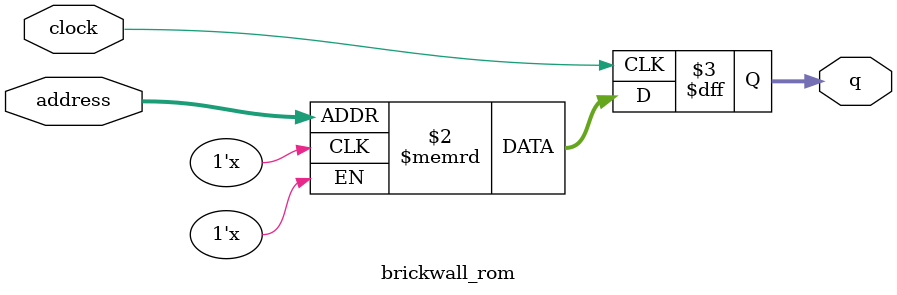
<source format=sv>
module brickwall_rom (
	input logic clock,
	input logic [8:0] address,
	output logic [2:0] q
);

logic [2:0] memory [0:399] /* synthesis ram_init_file = "./brickwall/brickwall.mif" */;

always_ff @ (posedge clock) begin
	q <= memory[address];
end

endmodule

</source>
